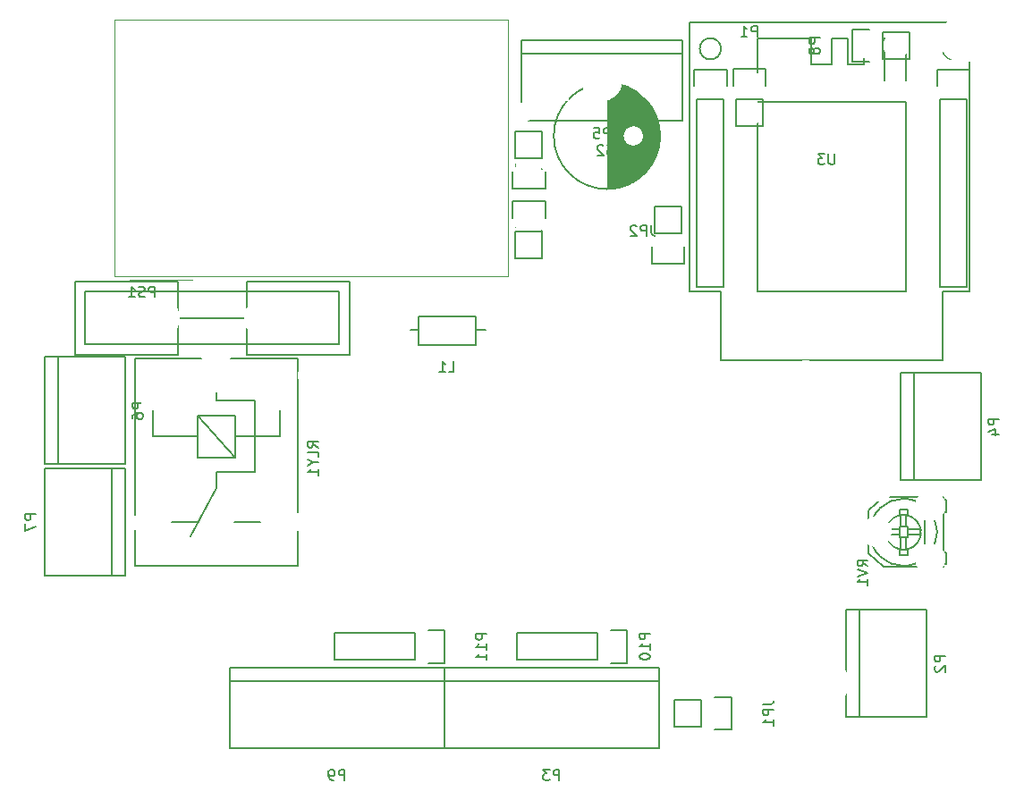
<source format=gbo>
G04 #@! TF.FileFunction,Legend,Bot*
%FSLAX46Y46*%
G04 Gerber Fmt 4.6, Leading zero omitted, Abs format (unit mm)*
G04 Created by KiCad (PCBNEW 4.0.2+dfsg1-stable) date wto, 5 mar 2019, 11:31:51*
%MOMM*%
G01*
G04 APERTURE LIST*
%ADD10C,0.100000*%
%ADD11C,0.150000*%
%ADD12C,0.120000*%
%ADD13R,3.900000X3.900000*%
%ADD14C,3.900000*%
%ADD15O,2.432000X2.127200*%
%ADD16R,2.432000X2.127200*%
%ADD17C,2.700000*%
%ADD18O,2.100000X2.400000*%
%ADD19O,2.120000X2.432000*%
%ADD20C,1.900000*%
%ADD21R,2.432000X2.432000*%
%ADD22O,2.432000X2.432000*%
%ADD23R,2.940000X2.940000*%
%ADD24O,4.200000X3.400000*%
%ADD25C,4.210000*%
%ADD26R,4.210000X4.210000*%
%ADD27C,2.900000*%
%ADD28C,3.400000*%
%ADD29C,2.899360*%
%ADD30R,2.127200X2.432000*%
%ADD31O,2.127200X2.432000*%
%ADD32C,4.464000*%
%ADD33R,1.700000X1.700000*%
%ADD34C,1.700000*%
%ADD35C,4.200000*%
G04 APERTURE END LIST*
D10*
D11*
X45910500Y-2730500D02*
X45910500Y-10350500D01*
X61150500Y-2730500D02*
X61150500Y-10350500D01*
X45910500Y-4000500D02*
X61150500Y-4000500D01*
X45910500Y-10350500D02*
X61150500Y-10350500D01*
X45910500Y-2730500D02*
X61150500Y-2730500D01*
X64811000Y-33064500D02*
X65311000Y-33064500D01*
X61811000Y-26564500D02*
X64811000Y-26564500D01*
X64811000Y-33064500D02*
X64811000Y-26564500D01*
X80311000Y-2564500D02*
X78311000Y-2564500D01*
X78311000Y-2564500D02*
X78311000Y-5064500D01*
X78311000Y-5064500D02*
X76811000Y-5064500D01*
X76811000Y-5064500D02*
X76811000Y-3064500D01*
X76811000Y-3064500D02*
X76811000Y-2564500D01*
X76811000Y-2564500D02*
X75311000Y-2564500D01*
X75311000Y-2564500D02*
X75311000Y-5064500D01*
X75311000Y-5064500D02*
X74311000Y-5064500D01*
X74311000Y-5064500D02*
X73311000Y-5064500D01*
X73311000Y-5064500D02*
X73311000Y-2564500D01*
X73311000Y-2564500D02*
X68311000Y-2564500D01*
X68311000Y-2564500D02*
X68311000Y-6564500D01*
X82311000Y-6564500D02*
X82311000Y-2564500D01*
X82311000Y-2564500D02*
X80311000Y-2564500D01*
X80311000Y-2564500D02*
X80311000Y-6564500D01*
X82311000Y-8564500D02*
X82311000Y-26564500D01*
X82311000Y-26564500D02*
X69311000Y-26564500D01*
X69311000Y-26564500D02*
X68311000Y-26564500D01*
X68311000Y-26564500D02*
X68311000Y-8564500D01*
X68311000Y-8564500D02*
X82311000Y-8564500D01*
X87811000Y-3564500D02*
G75*
G03X87811000Y-3564500I-1000000J0D01*
G01*
X64811000Y-3564500D02*
G75*
G03X64811000Y-3564500I-1000000J0D01*
G01*
X88311000Y-1064500D02*
X88311000Y-26564500D01*
X88311000Y-26564500D02*
X85811000Y-26564500D01*
X85811000Y-26564500D02*
X85811000Y-33064500D01*
X85811000Y-33064500D02*
X65311000Y-33064500D01*
X61811000Y-26564500D02*
X61811000Y-1064500D01*
X61811000Y-1064500D02*
X88311000Y-1064500D01*
X65361000Y-5514500D02*
X62261000Y-5514500D01*
X65361000Y-7064500D02*
X65361000Y-5514500D01*
X62541000Y-8334500D02*
X65081000Y-8334500D01*
X62261000Y-5514500D02*
X62261000Y-7064500D01*
X65081000Y-26114500D02*
X65081000Y-8334500D01*
X62541000Y-26114500D02*
X65081000Y-26114500D01*
X62541000Y-8334500D02*
X62541000Y-26114500D01*
X85541000Y-8334500D02*
X85541000Y-26114500D01*
X85541000Y-26114500D02*
X88081000Y-26114500D01*
X88081000Y-26114500D02*
X88081000Y-8334500D01*
X85261000Y-5514500D02*
X85261000Y-7064500D01*
X85541000Y-8334500D02*
X88081000Y-8334500D01*
X88361000Y-7064500D02*
X88361000Y-5514500D01*
X88361000Y-5514500D02*
X85261000Y-5514500D01*
D12*
X7415000Y-834000D02*
X7415000Y-25074000D01*
X44655000Y-25074000D02*
X44655000Y-834000D01*
X7415000Y-25074000D02*
X44655000Y-25074000D01*
X7415000Y-834000D02*
X44655000Y-834000D01*
X8795000Y-25454000D02*
X14795000Y-25454000D01*
D11*
X62980000Y-65230000D02*
X60440000Y-65230000D01*
X65800000Y-64950000D02*
X64250000Y-64950000D01*
X62980000Y-65230000D02*
X62980000Y-67770000D01*
X64250000Y-68050000D02*
X65800000Y-68050000D01*
X65800000Y-68050000D02*
X65800000Y-64950000D01*
X62980000Y-67770000D02*
X60440000Y-67770000D01*
X60440000Y-67770000D02*
X60440000Y-65230000D01*
X2032000Y-32766000D02*
X2032000Y-42926000D01*
X762000Y-32766000D02*
X8382000Y-32766000D01*
X8382000Y-32766000D02*
X8382000Y-42926000D01*
X8382000Y-42926000D02*
X762000Y-42926000D01*
X762000Y-42926000D02*
X762000Y-32766000D01*
X7112000Y-53467000D02*
X7112000Y-43307000D01*
X8382000Y-53467000D02*
X762000Y-53467000D01*
X762000Y-53467000D02*
X762000Y-43307000D01*
X762000Y-43307000D02*
X8382000Y-43307000D01*
X8382000Y-43307000D02*
X8382000Y-53467000D01*
X19888200Y-29083000D02*
X13385800Y-29083000D01*
X19888200Y-32583120D02*
X19888200Y-25582880D01*
X28635960Y-25582880D02*
X19888200Y-25582880D01*
X28635960Y-32583120D02*
X19888200Y-32583120D01*
X5887720Y-26583640D02*
X4638040Y-26583640D01*
X6136640Y-31582360D02*
X4638040Y-31582360D01*
X18138140Y-26583640D02*
X5887720Y-26583640D01*
X17886680Y-31582360D02*
X6136640Y-31582360D01*
X28635960Y-26583640D02*
X18138140Y-26583640D01*
X28635960Y-31582360D02*
X17886680Y-31582360D01*
X28635960Y-31582360D02*
X28635960Y-26583640D01*
X29636720Y-32583120D02*
X28635960Y-32583120D01*
X29636720Y-32583120D02*
X29636720Y-25582880D01*
X29636720Y-25582880D02*
X28635960Y-25582880D01*
X4638040Y-31582360D02*
X4638040Y-26583640D01*
X13385800Y-32583120D02*
X3637280Y-32583120D01*
X3637280Y-32583120D02*
X3637280Y-25582880D01*
X13385800Y-25582880D02*
X3637280Y-25582880D01*
X13385800Y-32583120D02*
X13385800Y-25582880D01*
X36146740Y-30226000D02*
X35384740Y-30226000D01*
X41607740Y-30226000D02*
X42496740Y-30226000D01*
X36146740Y-28956000D02*
X36146740Y-31623000D01*
X36146740Y-31623000D02*
X41607740Y-31623000D01*
X41607740Y-31623000D02*
X41607740Y-28956000D01*
X41607740Y-28956000D02*
X36146740Y-28956000D01*
X66230500Y-8318500D02*
X66230500Y-10858500D01*
X65950500Y-5498500D02*
X65950500Y-7048500D01*
X66230500Y-8318500D02*
X68770500Y-8318500D01*
X69050500Y-7048500D02*
X69050500Y-5498500D01*
X69050500Y-5498500D02*
X65950500Y-5498500D01*
X68770500Y-8318500D02*
X68770500Y-10858500D01*
X68770500Y-10858500D02*
X66230500Y-10858500D01*
X77960000Y-56720000D02*
X77960000Y-66880000D01*
X76690000Y-56720000D02*
X84310000Y-56720000D01*
X84310000Y-56720000D02*
X84310000Y-66880000D01*
X84310000Y-66880000D02*
X76690000Y-66880000D01*
X76690000Y-66880000D02*
X76690000Y-56720000D01*
X38608000Y-69850000D02*
X38608000Y-62230000D01*
X58928000Y-62230000D02*
X58928000Y-69850000D01*
X58928000Y-63500000D02*
X38608000Y-63500000D01*
X38608000Y-69850000D02*
X58928000Y-69850000D01*
X38608000Y-62230000D02*
X58928000Y-62230000D01*
X83058000Y-34290000D02*
X83058000Y-44450000D01*
X81788000Y-34290000D02*
X89408000Y-34290000D01*
X89408000Y-34290000D02*
X89408000Y-44450000D01*
X89408000Y-44450000D02*
X81788000Y-44450000D01*
X81788000Y-44450000D02*
X81788000Y-34290000D01*
X80090000Y-4540000D02*
X82630000Y-4540000D01*
X77270000Y-4820000D02*
X78820000Y-4820000D01*
X80090000Y-4540000D02*
X80090000Y-2000000D01*
X78820000Y-1720000D02*
X77270000Y-1720000D01*
X77270000Y-1720000D02*
X77270000Y-4820000D01*
X80090000Y-2000000D02*
X82630000Y-2000000D01*
X82630000Y-2000000D02*
X82630000Y-4540000D01*
X24718000Y-49226500D02*
X24718000Y-52526500D01*
X24718000Y-52526500D02*
X9318000Y-52526500D01*
X9318000Y-52526500D02*
X9318000Y-49176500D01*
X18368000Y-32926500D02*
X24718000Y-32926500D01*
X24718000Y-32926500D02*
X24718000Y-47476500D01*
X15618000Y-32926500D02*
X9318000Y-32926500D01*
X9318000Y-32926500D02*
X9318000Y-47676500D01*
X9368000Y-32926500D02*
X15618000Y-32926500D01*
X21218000Y-48376500D02*
X18768000Y-48376500D01*
X12818000Y-48376500D02*
X15318000Y-48376500D01*
X23068000Y-37776500D02*
X23068000Y-40276500D01*
X17068000Y-36876500D02*
X17068000Y-36076500D01*
X11068000Y-40276500D02*
X11068000Y-37776500D01*
X17068000Y-43676500D02*
X17068000Y-45176500D01*
X17068000Y-45176500D02*
X14568000Y-49776500D01*
X20668000Y-43676500D02*
X20668000Y-36876500D01*
X17068000Y-43676500D02*
X20668000Y-43676500D01*
X17068000Y-36876500D02*
X20668000Y-36876500D01*
X11068000Y-40276500D02*
X15268000Y-40276500D01*
X18868000Y-40276500D02*
X23068000Y-40276500D01*
X18868000Y-42276500D02*
X15268000Y-38276500D01*
X18868000Y-38276500D02*
X15268000Y-38276500D01*
X15268000Y-38276500D02*
X15268000Y-42276500D01*
X15268000Y-42276500D02*
X18868000Y-42276500D01*
X18868000Y-42276500D02*
X18868000Y-38276500D01*
X81701640Y-49108360D02*
X80939640Y-49108360D01*
X81701640Y-49616360D02*
X80939640Y-49616360D01*
X83733640Y-49108360D02*
G75*
G02X82336640Y-51013360I-1651000J-254000D01*
G01*
X82209640Y-47711360D02*
G75*
G02X83733640Y-49489360I-127000J-1651000D01*
G01*
X82971640Y-50759360D02*
G75*
G02X80685640Y-50251360I-889000J1397000D01*
G01*
X80685640Y-48473360D02*
G75*
G02X82971640Y-47965360I1397000J-889000D01*
G01*
X85892640Y-46060360D02*
X85765640Y-46060360D01*
X82082640Y-46060360D02*
X83479640Y-46060360D01*
X85892640Y-52664360D02*
X85765640Y-52664360D01*
X82082640Y-52664360D02*
X83479640Y-52664360D01*
X85003640Y-48219360D02*
X85130640Y-48600360D01*
X85130640Y-48600360D02*
X85257640Y-49362360D01*
X85257640Y-49362360D02*
X85130640Y-50124360D01*
X85130640Y-50124360D02*
X85003640Y-50505360D01*
X84114640Y-48092360D02*
X84114640Y-50632360D01*
X83352640Y-52283360D02*
G75*
G02X79161640Y-50632360I-1270000J2921000D01*
G01*
X79161640Y-48092360D02*
G75*
G02X83352640Y-46441360I2921000J-1270000D01*
G01*
X78780640Y-51394360D02*
X78780640Y-50505360D01*
X78780640Y-48219360D02*
X78780640Y-47330360D01*
X81701640Y-51013360D02*
X81701640Y-51521360D01*
X81701640Y-51521360D02*
X82463640Y-51521360D01*
X82463640Y-51521360D02*
X82463640Y-51013360D01*
X81701640Y-47711360D02*
X81701640Y-47203360D01*
X81701640Y-47203360D02*
X82463640Y-47203360D01*
X82463640Y-47203360D02*
X82463640Y-47711360D01*
X82336640Y-49870360D02*
X82336640Y-51013360D01*
X81828640Y-49870360D02*
X81828640Y-51013360D01*
X82336640Y-48854360D02*
X82336640Y-47711360D01*
X81828640Y-48854360D02*
X81828640Y-47711360D01*
X82463640Y-49616360D02*
X83733640Y-49616360D01*
X82463640Y-49108360D02*
X83733640Y-49108360D01*
X81701640Y-48854360D02*
X82463640Y-48854360D01*
X82463640Y-48854360D02*
X82463640Y-49870360D01*
X82463640Y-49870360D02*
X81701640Y-49870360D01*
X81701640Y-49870360D02*
X81701640Y-48854360D01*
X78780640Y-47330360D02*
X80177640Y-46060360D01*
X80177640Y-46060360D02*
X82082640Y-46060360D01*
X78780640Y-51394360D02*
X80177640Y-52664360D01*
X80177640Y-52664360D02*
X82082640Y-52664360D01*
X85892640Y-52410360D02*
X86146640Y-52410360D01*
X86146640Y-52410360D02*
X86146640Y-51267360D01*
X86146640Y-51267360D02*
X85892640Y-51267360D01*
X85892640Y-46314360D02*
X86146640Y-46314360D01*
X86146640Y-46314360D02*
X86146640Y-47457360D01*
X86146640Y-47457360D02*
X85892640Y-47457360D01*
X85892640Y-46060360D02*
X85892640Y-52664360D01*
X47890000Y-13950000D02*
X47890000Y-11410000D01*
X48170000Y-16770000D02*
X48170000Y-15220000D01*
X47890000Y-13950000D02*
X45350000Y-13950000D01*
X45070000Y-15220000D02*
X45070000Y-16770000D01*
X45070000Y-16770000D02*
X48170000Y-16770000D01*
X45350000Y-13950000D02*
X45350000Y-11410000D01*
X45350000Y-11410000D02*
X47890000Y-11410000D01*
X61087000Y-21082000D02*
X61087000Y-18542000D01*
X61367000Y-23902000D02*
X61367000Y-22352000D01*
X61087000Y-21082000D02*
X58547000Y-21082000D01*
X58267000Y-22352000D02*
X58267000Y-23902000D01*
X58267000Y-23902000D02*
X61367000Y-23902000D01*
X58547000Y-21082000D02*
X58547000Y-18542000D01*
X58547000Y-18542000D02*
X61087000Y-18542000D01*
X45350000Y-20840000D02*
X45350000Y-23380000D01*
X45070000Y-18020000D02*
X45070000Y-19570000D01*
X45350000Y-20840000D02*
X47890000Y-20840000D01*
X48170000Y-19570000D02*
X48170000Y-18020000D01*
X48170000Y-18020000D02*
X45070000Y-18020000D01*
X47890000Y-20840000D02*
X47890000Y-23380000D01*
X47890000Y-23380000D02*
X45350000Y-23380000D01*
X18288000Y-69850000D02*
X18288000Y-62230000D01*
X38608000Y-62230000D02*
X38608000Y-69850000D01*
X38608000Y-63500000D02*
X18288000Y-63500000D01*
X18288000Y-69850000D02*
X38608000Y-69850000D01*
X18288000Y-62230000D02*
X38608000Y-62230000D01*
X53086000Y-61468000D02*
X45466000Y-61468000D01*
X53086000Y-58928000D02*
X45466000Y-58928000D01*
X55906000Y-58648000D02*
X54356000Y-58648000D01*
X45466000Y-61468000D02*
X45466000Y-58928000D01*
X53086000Y-58928000D02*
X53086000Y-61468000D01*
X54356000Y-61748000D02*
X55906000Y-61748000D01*
X55906000Y-61748000D02*
X55906000Y-58648000D01*
X35814000Y-61468000D02*
X28194000Y-61468000D01*
X35814000Y-58928000D02*
X28194000Y-58928000D01*
X38634000Y-58648000D02*
X37084000Y-58648000D01*
X28194000Y-61468000D02*
X28194000Y-58928000D01*
X35814000Y-58928000D02*
X35814000Y-61468000D01*
X37084000Y-61748000D02*
X38634000Y-61748000D01*
X38634000Y-61748000D02*
X38634000Y-58648000D01*
X54095000Y-16819000D02*
X54095000Y-6821000D01*
X54235000Y-16815000D02*
X54235000Y-6825000D01*
X54375000Y-16807000D02*
X54375000Y-6833000D01*
X54515000Y-16795000D02*
X54515000Y-6845000D01*
X54655000Y-16780000D02*
X54655000Y-6860000D01*
X54795000Y-16760000D02*
X54795000Y-6880000D01*
X54935000Y-16736000D02*
X54935000Y-6904000D01*
X55075000Y-16707000D02*
X55075000Y-6933000D01*
X55215000Y-16675000D02*
X55215000Y-6965000D01*
X55355000Y-16638000D02*
X55355000Y-7002000D01*
X55495000Y-16597000D02*
X55495000Y-7043000D01*
X55635000Y-16552000D02*
X55635000Y-12286000D01*
X55635000Y-11354000D02*
X55635000Y-7088000D01*
X55775000Y-16502000D02*
X55775000Y-12487000D01*
X55775000Y-11153000D02*
X55775000Y-7138000D01*
X55915000Y-16447000D02*
X55915000Y-12616000D01*
X55915000Y-11024000D02*
X55915000Y-7193000D01*
X56055000Y-16387000D02*
X56055000Y-12705000D01*
X56055000Y-10935000D02*
X56055000Y-7253000D01*
X56195000Y-16322000D02*
X56195000Y-12766000D01*
X56195000Y-10874000D02*
X56195000Y-7318000D01*
X56335000Y-16252000D02*
X56335000Y-12803000D01*
X56335000Y-10837000D02*
X56335000Y-7388000D01*
X56475000Y-16176000D02*
X56475000Y-12819000D01*
X56475000Y-10821000D02*
X56475000Y-7464000D01*
X56615000Y-16094000D02*
X56615000Y-12815000D01*
X56615000Y-10825000D02*
X56615000Y-7546000D01*
X56755000Y-16006000D02*
X56755000Y-12792000D01*
X56755000Y-10848000D02*
X56755000Y-7634000D01*
X56895000Y-15911000D02*
X56895000Y-12747000D01*
X56895000Y-10893000D02*
X56895000Y-7729000D01*
X57035000Y-15809000D02*
X57035000Y-12677000D01*
X57035000Y-10963000D02*
X57035000Y-7831000D01*
X57175000Y-15699000D02*
X57175000Y-12576000D01*
X57175000Y-11064000D02*
X57175000Y-7941000D01*
X57315000Y-15581000D02*
X57315000Y-12427000D01*
X57315000Y-11213000D02*
X57315000Y-8059000D01*
X57455000Y-15453000D02*
X57455000Y-12175000D01*
X57455000Y-11465000D02*
X57455000Y-8187000D01*
X57595000Y-15316000D02*
X57595000Y-8324000D01*
X57735000Y-15166000D02*
X57735000Y-8474000D01*
X57875000Y-15004000D02*
X57875000Y-8636000D01*
X58015000Y-14827000D02*
X58015000Y-8813000D01*
X58155000Y-14631000D02*
X58155000Y-9009000D01*
X58295000Y-14413000D02*
X58295000Y-9227000D01*
X58435000Y-14167000D02*
X58435000Y-9473000D01*
X58575000Y-13882000D02*
X58575000Y-9758000D01*
X58715000Y-13540000D02*
X58715000Y-10100000D01*
X58855000Y-13094000D02*
X58855000Y-10546000D01*
X58995000Y-12319000D02*
X58995000Y-11321000D01*
X57520000Y-11820000D02*
G75*
G03X57520000Y-11820000I-1000000J0D01*
G01*
X59057500Y-11820000D02*
G75*
G03X59057500Y-11820000I-5037500J0D01*
G01*
X54268595Y-12072881D02*
X54268595Y-11072881D01*
X53887642Y-11072881D01*
X53792404Y-11120500D01*
X53744785Y-11168119D01*
X53697166Y-11263357D01*
X53697166Y-11406214D01*
X53744785Y-11501452D01*
X53792404Y-11549071D01*
X53887642Y-11596690D01*
X54268595Y-11596690D01*
X52792404Y-11072881D02*
X53268595Y-11072881D01*
X53316214Y-11549071D01*
X53268595Y-11501452D01*
X53173357Y-11453833D01*
X52935261Y-11453833D01*
X52840023Y-11501452D01*
X52792404Y-11549071D01*
X52744785Y-11644310D01*
X52744785Y-11882405D01*
X52792404Y-11977643D01*
X52840023Y-12025262D01*
X52935261Y-12072881D01*
X53173357Y-12072881D01*
X53268595Y-12025262D01*
X53316214Y-11977643D01*
X75572905Y-13516881D02*
X75572905Y-14326405D01*
X75525286Y-14421643D01*
X75477667Y-14469262D01*
X75382429Y-14516881D01*
X75191952Y-14516881D01*
X75096714Y-14469262D01*
X75049095Y-14421643D01*
X75001476Y-14326405D01*
X75001476Y-13516881D01*
X74620524Y-13516881D02*
X74001476Y-13516881D01*
X74334810Y-13897833D01*
X74191952Y-13897833D01*
X74096714Y-13945452D01*
X74049095Y-13993071D01*
X74001476Y-14088310D01*
X74001476Y-14326405D01*
X74049095Y-14421643D01*
X74096714Y-14469262D01*
X74191952Y-14516881D01*
X74477667Y-14516881D01*
X74572905Y-14469262D01*
X74620524Y-14421643D01*
X11209286Y-27096381D02*
X11209286Y-26096381D01*
X10828333Y-26096381D01*
X10733095Y-26144000D01*
X10685476Y-26191619D01*
X10637857Y-26286857D01*
X10637857Y-26429714D01*
X10685476Y-26524952D01*
X10733095Y-26572571D01*
X10828333Y-26620190D01*
X11209286Y-26620190D01*
X10256905Y-27048762D02*
X10114048Y-27096381D01*
X9875952Y-27096381D01*
X9780714Y-27048762D01*
X9733095Y-27001143D01*
X9685476Y-26905905D01*
X9685476Y-26810667D01*
X9733095Y-26715429D01*
X9780714Y-26667810D01*
X9875952Y-26620190D01*
X10066429Y-26572571D01*
X10161667Y-26524952D01*
X10209286Y-26477333D01*
X10256905Y-26382095D01*
X10256905Y-26286857D01*
X10209286Y-26191619D01*
X10161667Y-26144000D01*
X10066429Y-26096381D01*
X9828333Y-26096381D01*
X9685476Y-26144000D01*
X8733095Y-27096381D02*
X9304524Y-27096381D01*
X9018810Y-27096381D02*
X9018810Y-26096381D01*
X9114048Y-26239238D01*
X9209286Y-26334476D01*
X9304524Y-26382095D01*
X68802381Y-65666667D02*
X69516667Y-65666667D01*
X69659524Y-65619047D01*
X69754762Y-65523809D01*
X69802381Y-65380952D01*
X69802381Y-65285714D01*
X69802381Y-66142857D02*
X68802381Y-66142857D01*
X68802381Y-66523810D01*
X68850000Y-66619048D01*
X68897619Y-66666667D01*
X68992857Y-66714286D01*
X69135714Y-66714286D01*
X69230952Y-66666667D01*
X69278571Y-66619048D01*
X69326190Y-66523810D01*
X69326190Y-66142857D01*
X69802381Y-67666667D02*
X69802381Y-67095238D01*
X69802381Y-67380952D02*
X68802381Y-67380952D01*
X68945238Y-67285714D01*
X69040476Y-67190476D01*
X69088095Y-67095238D01*
X10104381Y-37107905D02*
X9104381Y-37107905D01*
X9104381Y-37488858D01*
X9152000Y-37584096D01*
X9199619Y-37631715D01*
X9294857Y-37679334D01*
X9437714Y-37679334D01*
X9532952Y-37631715D01*
X9580571Y-37584096D01*
X9628190Y-37488858D01*
X9628190Y-37107905D01*
X9104381Y-38536477D02*
X9104381Y-38346000D01*
X9152000Y-38250762D01*
X9199619Y-38203143D01*
X9342476Y-38107905D01*
X9532952Y-38060286D01*
X9913905Y-38060286D01*
X10009143Y-38107905D01*
X10056762Y-38155524D01*
X10104381Y-38250762D01*
X10104381Y-38441239D01*
X10056762Y-38536477D01*
X10009143Y-38584096D01*
X9913905Y-38631715D01*
X9675810Y-38631715D01*
X9580571Y-38584096D01*
X9532952Y-38536477D01*
X9485333Y-38441239D01*
X9485333Y-38250762D01*
X9532952Y-38155524D01*
X9580571Y-38107905D01*
X9675810Y-38060286D01*
X-55619Y-47648905D02*
X-1055619Y-47648905D01*
X-1055619Y-48029858D01*
X-1008000Y-48125096D01*
X-960381Y-48172715D01*
X-865143Y-48220334D01*
X-722286Y-48220334D01*
X-627048Y-48172715D01*
X-579429Y-48125096D01*
X-531810Y-48029858D01*
X-531810Y-47648905D01*
X-1055619Y-48553667D02*
X-1055619Y-49220334D01*
X-55619Y-48791762D01*
X16970333Y-34091571D02*
X17303667Y-34091571D01*
X17303667Y-34615381D02*
X17303667Y-33615381D01*
X16827476Y-33615381D01*
X15922714Y-34615381D02*
X16494143Y-34615381D01*
X16208429Y-34615381D02*
X16208429Y-33615381D01*
X16303667Y-33758238D01*
X16398905Y-33853476D01*
X16494143Y-33901095D01*
X39028666Y-34178501D02*
X39504857Y-34178501D01*
X39504857Y-33178501D01*
X38171523Y-34178501D02*
X38742952Y-34178501D01*
X38457238Y-34178501D02*
X38457238Y-33178501D01*
X38552476Y-33321358D01*
X38647714Y-33416596D01*
X38742952Y-33464215D01*
X68238595Y-2400881D02*
X68238595Y-1400881D01*
X67857642Y-1400881D01*
X67762404Y-1448500D01*
X67714785Y-1496119D01*
X67667166Y-1591357D01*
X67667166Y-1734214D01*
X67714785Y-1829452D01*
X67762404Y-1877071D01*
X67857642Y-1924690D01*
X68238595Y-1924690D01*
X66714785Y-2400881D02*
X67286214Y-2400881D01*
X67000500Y-2400881D02*
X67000500Y-1400881D01*
X67095738Y-1543738D01*
X67190976Y-1638976D01*
X67286214Y-1686595D01*
X86032381Y-61061905D02*
X85032381Y-61061905D01*
X85032381Y-61442858D01*
X85080000Y-61538096D01*
X85127619Y-61585715D01*
X85222857Y-61633334D01*
X85365714Y-61633334D01*
X85460952Y-61585715D01*
X85508571Y-61538096D01*
X85556190Y-61442858D01*
X85556190Y-61061905D01*
X85127619Y-62014286D02*
X85080000Y-62061905D01*
X85032381Y-62157143D01*
X85032381Y-62395239D01*
X85080000Y-62490477D01*
X85127619Y-62538096D01*
X85222857Y-62585715D01*
X85318095Y-62585715D01*
X85460952Y-62538096D01*
X86032381Y-61966667D01*
X86032381Y-62585715D01*
X49506095Y-72842381D02*
X49506095Y-71842381D01*
X49125142Y-71842381D01*
X49029904Y-71890000D01*
X48982285Y-71937619D01*
X48934666Y-72032857D01*
X48934666Y-72175714D01*
X48982285Y-72270952D01*
X49029904Y-72318571D01*
X49125142Y-72366190D01*
X49506095Y-72366190D01*
X48601333Y-71842381D02*
X47982285Y-71842381D01*
X48315619Y-72223333D01*
X48172761Y-72223333D01*
X48077523Y-72270952D01*
X48029904Y-72318571D01*
X47982285Y-72413810D01*
X47982285Y-72651905D01*
X48029904Y-72747143D01*
X48077523Y-72794762D01*
X48172761Y-72842381D01*
X48458476Y-72842381D01*
X48553714Y-72794762D01*
X48601333Y-72747143D01*
X91130381Y-38631905D02*
X90130381Y-38631905D01*
X90130381Y-39012858D01*
X90178000Y-39108096D01*
X90225619Y-39155715D01*
X90320857Y-39203334D01*
X90463714Y-39203334D01*
X90558952Y-39155715D01*
X90606571Y-39108096D01*
X90654190Y-39012858D01*
X90654190Y-38631905D01*
X90463714Y-40060477D02*
X91130381Y-40060477D01*
X90082762Y-39822381D02*
X90797048Y-39584286D01*
X90797048Y-40203334D01*
X74172381Y-2531905D02*
X73172381Y-2531905D01*
X73172381Y-2912858D01*
X73220000Y-3008096D01*
X73267619Y-3055715D01*
X73362857Y-3103334D01*
X73505714Y-3103334D01*
X73600952Y-3055715D01*
X73648571Y-3008096D01*
X73696190Y-2912858D01*
X73696190Y-2531905D01*
X73600952Y-3674762D02*
X73553333Y-3579524D01*
X73505714Y-3531905D01*
X73410476Y-3484286D01*
X73362857Y-3484286D01*
X73267619Y-3531905D01*
X73220000Y-3579524D01*
X73172381Y-3674762D01*
X73172381Y-3865239D01*
X73220000Y-3960477D01*
X73267619Y-4008096D01*
X73362857Y-4055715D01*
X73410476Y-4055715D01*
X73505714Y-4008096D01*
X73553333Y-3960477D01*
X73600952Y-3865239D01*
X73600952Y-3674762D01*
X73648571Y-3579524D01*
X73696190Y-3531905D01*
X73791429Y-3484286D01*
X73981905Y-3484286D01*
X74077143Y-3531905D01*
X74124762Y-3579524D01*
X74172381Y-3674762D01*
X74172381Y-3865239D01*
X74124762Y-3960477D01*
X74077143Y-4008096D01*
X73981905Y-4055715D01*
X73791429Y-4055715D01*
X73696190Y-4008096D01*
X73648571Y-3960477D01*
X73600952Y-3865239D01*
X26670381Y-41326500D02*
X26194190Y-40993166D01*
X26670381Y-40755071D02*
X25670381Y-40755071D01*
X25670381Y-41136024D01*
X25718000Y-41231262D01*
X25765619Y-41278881D01*
X25860857Y-41326500D01*
X26003714Y-41326500D01*
X26098952Y-41278881D01*
X26146571Y-41231262D01*
X26194190Y-41136024D01*
X26194190Y-40755071D01*
X26670381Y-42231262D02*
X26670381Y-41755071D01*
X25670381Y-41755071D01*
X26194190Y-42755071D02*
X26670381Y-42755071D01*
X25670381Y-42421738D02*
X26194190Y-42755071D01*
X25670381Y-43088405D01*
X26670381Y-43945548D02*
X26670381Y-43374119D01*
X26670381Y-43659833D02*
X25670381Y-43659833D01*
X25813238Y-43564595D01*
X25908476Y-43469357D01*
X25956095Y-43374119D01*
X78725021Y-52577122D02*
X78248830Y-52243788D01*
X78725021Y-52005693D02*
X77725021Y-52005693D01*
X77725021Y-52386646D01*
X77772640Y-52481884D01*
X77820259Y-52529503D01*
X77915497Y-52577122D01*
X78058354Y-52577122D01*
X78153592Y-52529503D01*
X78201211Y-52481884D01*
X78248830Y-52386646D01*
X78248830Y-52005693D01*
X77725021Y-52862836D02*
X78725021Y-53196169D01*
X77725021Y-53529503D01*
X78725021Y-54386646D02*
X78725021Y-53815217D01*
X78725021Y-54100931D02*
X77725021Y-54100931D01*
X77867878Y-54005693D01*
X77963116Y-53910455D01*
X78010735Y-53815217D01*
X47453333Y-19772381D02*
X47453333Y-20486667D01*
X47500953Y-20629524D01*
X47596191Y-20724762D01*
X47739048Y-20772381D01*
X47834286Y-20772381D01*
X46977143Y-20772381D02*
X46977143Y-19772381D01*
X46596190Y-19772381D01*
X46500952Y-19820000D01*
X46453333Y-19867619D01*
X46405714Y-19962857D01*
X46405714Y-20105714D01*
X46453333Y-20200952D01*
X46500952Y-20248571D01*
X46596190Y-20296190D01*
X46977143Y-20296190D01*
X45548571Y-20105714D02*
X45548571Y-20772381D01*
X45786667Y-19724762D02*
X46024762Y-20439048D01*
X45405714Y-20439048D01*
X58237333Y-20280381D02*
X58237333Y-20994667D01*
X58284953Y-21137524D01*
X58380191Y-21232762D01*
X58523048Y-21280381D01*
X58618286Y-21280381D01*
X57761143Y-21280381D02*
X57761143Y-20280381D01*
X57380190Y-20280381D01*
X57284952Y-20328000D01*
X57237333Y-20375619D01*
X57189714Y-20470857D01*
X57189714Y-20613714D01*
X57237333Y-20708952D01*
X57284952Y-20756571D01*
X57380190Y-20804190D01*
X57761143Y-20804190D01*
X56808762Y-20375619D02*
X56761143Y-20328000D01*
X56665905Y-20280381D01*
X56427809Y-20280381D01*
X56332571Y-20328000D01*
X56284952Y-20375619D01*
X56237333Y-20470857D01*
X56237333Y-20566095D01*
X56284952Y-20708952D01*
X56856381Y-21280381D01*
X56237333Y-21280381D01*
X47453333Y-13922381D02*
X47453333Y-14636667D01*
X47500953Y-14779524D01*
X47596191Y-14874762D01*
X47739048Y-14922381D01*
X47834286Y-14922381D01*
X46977143Y-14922381D02*
X46977143Y-13922381D01*
X46596190Y-13922381D01*
X46500952Y-13970000D01*
X46453333Y-14017619D01*
X46405714Y-14112857D01*
X46405714Y-14255714D01*
X46453333Y-14350952D01*
X46500952Y-14398571D01*
X46596190Y-14446190D01*
X46977143Y-14446190D01*
X46072381Y-13922381D02*
X45453333Y-13922381D01*
X45786667Y-14303333D01*
X45643809Y-14303333D01*
X45548571Y-14350952D01*
X45500952Y-14398571D01*
X45453333Y-14493810D01*
X45453333Y-14731905D01*
X45500952Y-14827143D01*
X45548571Y-14874762D01*
X45643809Y-14922381D01*
X45929524Y-14922381D01*
X46024762Y-14874762D01*
X46072381Y-14827143D01*
X29186095Y-72842381D02*
X29186095Y-71842381D01*
X28805142Y-71842381D01*
X28709904Y-71890000D01*
X28662285Y-71937619D01*
X28614666Y-72032857D01*
X28614666Y-72175714D01*
X28662285Y-72270952D01*
X28709904Y-72318571D01*
X28805142Y-72366190D01*
X29186095Y-72366190D01*
X28138476Y-72842381D02*
X27948000Y-72842381D01*
X27852761Y-72794762D01*
X27805142Y-72747143D01*
X27709904Y-72604286D01*
X27662285Y-72413810D01*
X27662285Y-72032857D01*
X27709904Y-71937619D01*
X27757523Y-71890000D01*
X27852761Y-71842381D01*
X28043238Y-71842381D01*
X28138476Y-71890000D01*
X28186095Y-71937619D01*
X28233714Y-72032857D01*
X28233714Y-72270952D01*
X28186095Y-72366190D01*
X28138476Y-72413810D01*
X28043238Y-72461429D01*
X27852761Y-72461429D01*
X27757523Y-72413810D01*
X27709904Y-72366190D01*
X27662285Y-72270952D01*
X58098381Y-58933714D02*
X57098381Y-58933714D01*
X57098381Y-59314667D01*
X57146000Y-59409905D01*
X57193619Y-59457524D01*
X57288857Y-59505143D01*
X57431714Y-59505143D01*
X57526952Y-59457524D01*
X57574571Y-59409905D01*
X57622190Y-59314667D01*
X57622190Y-58933714D01*
X58098381Y-60457524D02*
X58098381Y-59886095D01*
X58098381Y-60171809D02*
X57098381Y-60171809D01*
X57241238Y-60076571D01*
X57336476Y-59981333D01*
X57384095Y-59886095D01*
X57098381Y-61076571D02*
X57098381Y-61171810D01*
X57146000Y-61267048D01*
X57193619Y-61314667D01*
X57288857Y-61362286D01*
X57479333Y-61409905D01*
X57717429Y-61409905D01*
X57907905Y-61362286D01*
X58003143Y-61314667D01*
X58050762Y-61267048D01*
X58098381Y-61171810D01*
X58098381Y-61076571D01*
X58050762Y-60981333D01*
X58003143Y-60933714D01*
X57907905Y-60886095D01*
X57717429Y-60838476D01*
X57479333Y-60838476D01*
X57288857Y-60886095D01*
X57193619Y-60933714D01*
X57146000Y-60981333D01*
X57098381Y-61076571D01*
X42636381Y-58983714D02*
X41636381Y-58983714D01*
X41636381Y-59364667D01*
X41684000Y-59459905D01*
X41731619Y-59507524D01*
X41826857Y-59555143D01*
X41969714Y-59555143D01*
X42064952Y-59507524D01*
X42112571Y-59459905D01*
X42160190Y-59364667D01*
X42160190Y-58983714D01*
X42636381Y-60507524D02*
X42636381Y-59936095D01*
X42636381Y-60221809D02*
X41636381Y-60221809D01*
X41779238Y-60126571D01*
X41874476Y-60031333D01*
X41922095Y-59936095D01*
X42636381Y-61459905D02*
X42636381Y-60888476D01*
X42636381Y-61174190D02*
X41636381Y-61174190D01*
X41779238Y-61078952D01*
X41874476Y-60983714D01*
X41922095Y-60888476D01*
X54998857Y-13565143D02*
X55046476Y-13612762D01*
X55189333Y-13660381D01*
X55284571Y-13660381D01*
X55427429Y-13612762D01*
X55522667Y-13517524D01*
X55570286Y-13422286D01*
X55617905Y-13231810D01*
X55617905Y-13088952D01*
X55570286Y-12898476D01*
X55522667Y-12803238D01*
X55427429Y-12708000D01*
X55284571Y-12660381D01*
X55189333Y-12660381D01*
X55046476Y-12708000D01*
X54998857Y-12755619D01*
X54665524Y-12660381D02*
X54046476Y-12660381D01*
X54379810Y-13041333D01*
X54236952Y-13041333D01*
X54141714Y-13088952D01*
X54094095Y-13136571D01*
X54046476Y-13231810D01*
X54046476Y-13469905D01*
X54094095Y-13565143D01*
X54141714Y-13612762D01*
X54236952Y-13660381D01*
X54522667Y-13660381D01*
X54617905Y-13612762D01*
X54665524Y-13565143D01*
X53665524Y-12755619D02*
X53617905Y-12708000D01*
X53522667Y-12660381D01*
X53284571Y-12660381D01*
X53189333Y-12708000D01*
X53141714Y-12755619D01*
X53094095Y-12850857D01*
X53094095Y-12946095D01*
X53141714Y-13088952D01*
X53713143Y-13660381D01*
X53094095Y-13660381D01*
%LPC*%
D13*
X48450500Y-6540500D03*
D14*
X53530500Y-6540500D03*
X58610500Y-6540500D03*
D15*
X63811000Y-24844500D03*
X63811000Y-22304500D03*
X63811000Y-19764500D03*
X63811000Y-17224500D03*
X63811000Y-14684500D03*
X63811000Y-12144500D03*
X63811000Y-9604500D03*
D16*
X63811000Y-7064500D03*
X86811000Y-7064500D03*
D15*
X86811000Y-9604500D03*
X86811000Y-12144500D03*
X86811000Y-14684500D03*
X86811000Y-17224500D03*
X86811000Y-19764500D03*
X86811000Y-22304500D03*
X86811000Y-24844500D03*
D17*
X41275000Y-21844000D03*
X10795000Y-21844000D03*
X15875000Y-21844000D03*
X41275000Y-4664000D03*
X36195000Y-4664000D03*
D18*
X64250000Y-66500000D03*
D19*
X61710000Y-66500000D03*
D13*
X4572000Y-40386000D03*
D14*
X4572000Y-35306000D03*
D13*
X4572000Y-45847000D03*
D14*
X4572000Y-50927000D03*
X21638260Y-29083000D03*
X26636980Y-29083000D03*
X11635740Y-29083000D03*
X6637020Y-29083000D03*
D20*
X33860740Y-30226000D03*
X44020740Y-30226000D03*
D21*
X67500500Y-7048500D03*
D22*
X67500500Y-9588500D03*
D23*
X80500000Y-64340000D03*
D24*
X80500000Y-59260000D03*
D25*
X46228000Y-66040000D03*
X51308000Y-66040000D03*
D26*
X41148000Y-66040000D03*
D25*
X56388000Y-66040000D03*
D13*
X85598000Y-41910000D03*
D14*
X85598000Y-36830000D03*
D21*
X78820000Y-3270000D03*
D22*
X81360000Y-3270000D03*
D27*
X23068000Y-36176500D03*
D28*
X23068000Y-48376500D03*
X11018000Y-48426500D03*
D27*
X11068000Y-36176500D03*
D28*
X17018000Y-34226500D03*
D29*
X79542640Y-49362360D03*
X84582000Y-51861720D03*
X84582000Y-46863000D03*
D21*
X46620000Y-15220000D03*
D22*
X46620000Y-12680000D03*
D21*
X59817000Y-22352000D03*
D22*
X59817000Y-19812000D03*
D21*
X46620000Y-19570000D03*
D22*
X46620000Y-22110000D03*
D25*
X25908000Y-66040000D03*
X30988000Y-66040000D03*
D26*
X20828000Y-66040000D03*
D25*
X36068000Y-66040000D03*
D30*
X54356000Y-60198000D03*
D31*
X51816000Y-60198000D03*
X49276000Y-60198000D03*
X46736000Y-60198000D03*
D30*
X37084000Y-60198000D03*
D31*
X34544000Y-60198000D03*
X32004000Y-60198000D03*
X29464000Y-60198000D03*
D32*
X87630000Y-68326000D03*
X2667000Y-67818000D03*
X2413000Y-2794000D03*
X87757000Y-2667000D03*
D33*
X51520000Y-11820000D03*
D34*
X56520000Y-11820000D03*
D20*
X79920000Y-45495000D03*
X74420000Y-25270000D03*
X72820000Y-33970000D03*
X58170000Y-44720000D03*
X25654000Y-34544000D03*
X45974000Y-9652000D03*
X78520000Y-19420000D03*
X68389500Y-41211500D03*
X60706000Y-56388000D03*
X36830000Y-41910000D03*
X59182000Y-53721000D03*
X49022000Y-50165000D03*
X42545000Y-49911000D03*
X29718000Y-47498000D03*
X72326500Y-6477000D03*
X29210000Y-44704000D03*
X59118500Y-38735000D03*
X76431500Y-45600000D03*
X40513000Y-35306000D03*
X53086000Y-49784000D03*
X47117000Y-49784000D03*
X39878000Y-49657000D03*
X27559000Y-49784000D03*
X35052000Y-50038000D03*
X12636500Y-54038500D03*
X60579000Y-12573000D03*
X83629500Y-14033500D03*
X15430500Y-53911500D03*
X63246000Y-46609000D03*
X70358000Y-43561000D03*
X66865500Y-15494000D03*
X59055000Y-36703000D03*
X58928000Y-34544000D03*
X66865500Y-13589000D03*
D35*
X21100000Y-59500000D03*
X74900000Y-63600000D03*
M02*

</source>
